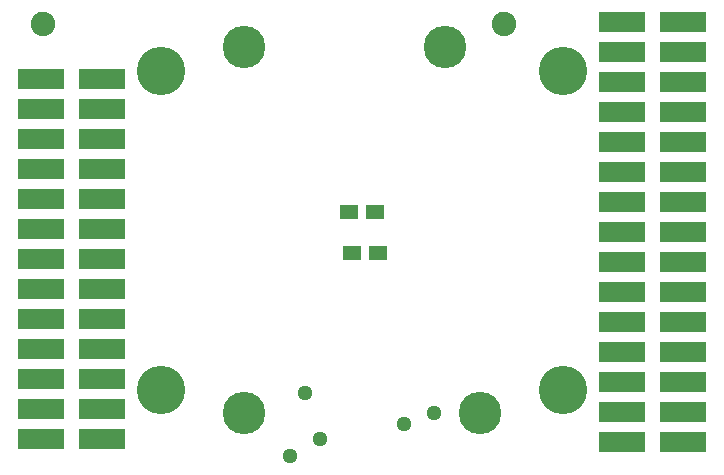
<source format=gts>
G04 #@! TF.FileFunction,Soldermask,Top*
%FSLAX46Y46*%
G04 Gerber Fmt 4.6, Leading zero omitted, Abs format (unit mm)*
G04 Created by KiCad (PCBNEW 4.0.1-stable) date 2/18/2017 12:31:51 AM*
%MOMM*%
G01*
G04 APERTURE LIST*
%ADD10C,0.100000*%
%ADD11C,2.076400*%
%ADD12C,4.100000*%
%ADD13R,3.960000X1.670000*%
%ADD14C,3.600000*%
%ADD15R,1.600000X1.300000*%
%ADD16C,1.289000*%
G04 APERTURE END LIST*
D10*
D11*
X-27000000Y17500000D03*
X12000000Y17500000D03*
D12*
X-17000000Y13500000D03*
X-17000000Y-13500000D03*
X17000000Y-13500000D03*
X17000000Y13500000D03*
D13*
X-27200000Y12800000D03*
X-21990000Y12800000D03*
X-27200000Y10260000D03*
X-21990000Y10260000D03*
X-27200000Y7720000D03*
X-21990000Y7720000D03*
X-27200000Y5180000D03*
X-21990000Y5180000D03*
X-27200000Y2640000D03*
X-21990000Y2640000D03*
X-27200000Y100000D03*
X-21990000Y100000D03*
X-27200000Y-2440000D03*
X-21990000Y-2440000D03*
X-27200000Y-4980000D03*
X-21990000Y-4980000D03*
X-27200000Y-7520000D03*
X-21990000Y-7520000D03*
X-27200000Y-10060000D03*
X-21990000Y-10060000D03*
X-27200000Y-12600000D03*
X-21990000Y-12600000D03*
X-27200000Y-15140000D03*
X-21990000Y-15140000D03*
X-27200000Y-17680000D03*
X-21990000Y-17680000D03*
X22000000Y17600000D03*
X27210000Y17600000D03*
X22000000Y15060000D03*
X27210000Y15060000D03*
X22000000Y12520000D03*
X27210000Y12520000D03*
X22000000Y9980000D03*
X27210000Y9980000D03*
X22000000Y7440000D03*
X27210000Y7440000D03*
X22000000Y4900000D03*
X27210000Y4900000D03*
X22000000Y2360000D03*
X27210000Y2360000D03*
X22000000Y-180000D03*
X27210000Y-180000D03*
X22000000Y-2720000D03*
X27210000Y-2720000D03*
X22000000Y-5260000D03*
X27210000Y-5260000D03*
X22000000Y-7800000D03*
X27210000Y-7800000D03*
X22000000Y-10340000D03*
X27210000Y-10340000D03*
X22000000Y-12880000D03*
X27210000Y-12880000D03*
X22000000Y-15420000D03*
X27210000Y-15420000D03*
X22000000Y-17960000D03*
X27210000Y-17960000D03*
D14*
X-10000000Y15500000D03*
X-10000000Y-15500000D03*
X10000000Y-15500000D03*
X7000000Y15500000D03*
D15*
X1150800Y1574800D03*
X-1049200Y1574800D03*
X-833300Y-1930400D03*
X1366700Y-1930400D03*
D16*
X-6096000Y-19113500D03*
X-3581400Y-17691100D03*
X6146800Y-15481300D03*
X3543300Y-16370300D03*
X-4813300Y-13792200D03*
M02*

</source>
